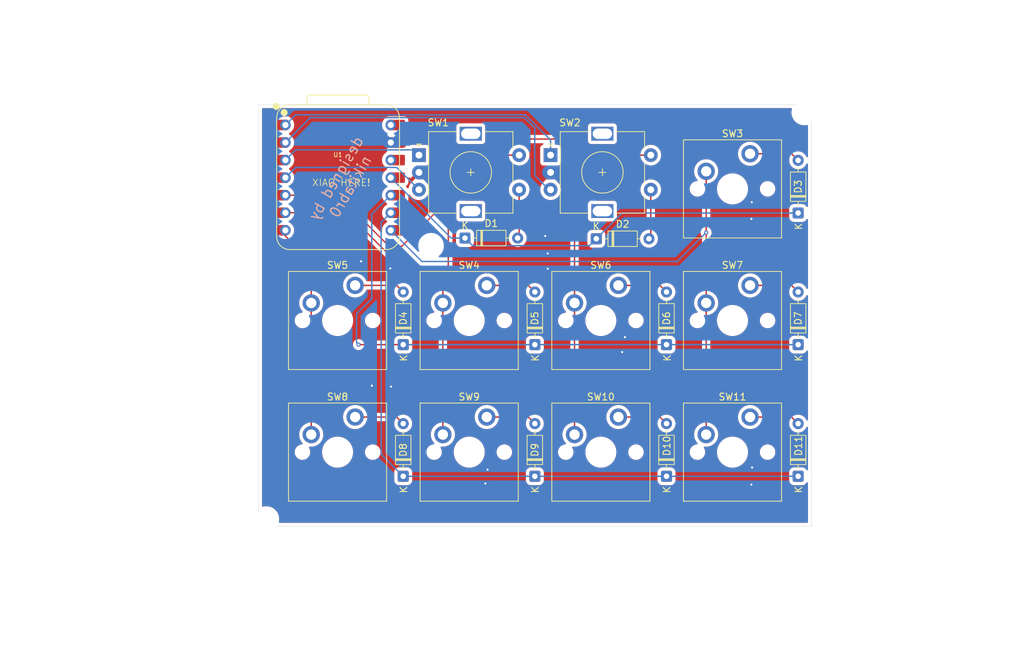
<source format=kicad_pcb>
(kicad_pcb (version 20241229) (generator "pcbnew") (generator_version "9.0")
  (layers (0 "F.Cu" signal) (2 "B.Cu" signal) (13 "F.Paste" user) (15 "B.Paste" user) (5 "F.SilkS" user "F.Silkscreen") (7 "B.SilkS" user "B.Silkscreen") (1 "F.Mask" user) (3 "B.Mask" user) (25 "Edge.Cuts" user))
  (net 0 "")
  (net 1 "Net-(D5-A)")
  (net 2 "row 1")
  (net 3 "row 2")
  (net 4 "Net-(D6-A)")
  (net 5 "Net-(D7-A)")
  (net 6 "row 3")
  (net 7 "Net-(D8-A)")
  (net 8 "Net-(D9-A)")
  (net 9 "Net-(D10-A)")
  (net 10 "Net-(D11-A)")
  (net 11 "GND")
  (net 12 "RE 2B")
  (net 13 "col 2")
  (net 14 "RE 2A")
  (net 15 "RE 1A")
  (net 16 "RE 1B")
  (net 17 "col 1")
  (net 18 "col 3")
  (net 19 "+5V")
  (net 22 "Net-(D1-A)")
  (net 23 "Net-(D2-A)")
  (net 24 "Net-(D3-A)")
  (net 25 "Net-(D4-A)")
  (net 26 "col 4")
  (footprint "Diode_THT:D_DO-35_SOD27_P7.62mm_Horizontal" (layer "F.Cu") (at 152.375 51.11625 90)
    (property "Reference" "D3" (at 3.81 0 90) (layer "F.SilkS"))
    (property "Value" "1N4148")
    (fp_line (start 2.53 -1.12) (end 2.53 1.12) (stroke (width 0.12)) (layer "F.SilkS"))
    (fp_line (start 2.41 -1.12) (end 2.41 1.12) (stroke (width 0.12)) (layer "F.SilkS"))
    (fp_line (start 2.29 -1.12) (end 2.29 1.12) (stroke (width 0.12)) (layer "F.SilkS"))
    (fp_line (start 6.58 0) (end 5.93 0) (stroke (width 0.12)) (layer "F.SilkS"))
    (fp_line (start 1.04 0) (end 1.69 0) (stroke (width 0.12)) (layer "F.SilkS"))
    (fp_rect (start 1.69 -1.12) (end 5.93 1.12) (stroke (width 0.12)) (fill no) (layer "F.SilkS"))
    (fp_text user "K" (at -1.9375 0.07 90) (layer "F.SilkS"))
    (pad "1" thru_hole roundrect (at 0 0 90) (size 1.6 1.6) (drill 0.8) (layers "*.Cu" "*.Mask") (roundrect_rratio 0.15625) (net 2 "row 1"))
    (pad "2" thru_hole circle (at 7.62 0 90) (size 1.6 1.6) (drill 0.8) (layers "*.Cu" "*.Mask") (net 24 "Net-(D3-A)"))
  )
  (footprint "PCM_Switch_Keyboard_Cherry_MX:SW_Cherry_MX_PCB_1.00u" (layer "F.Cu") (at 104.775 85.725)
    (property "Reference" "SW9" (at 0 -8 0) (layer "F.SilkS"))
    (property "Value" "SW_Push")
    (fp_line (start -7.1 -7.1) (end -7.1 7.1) (stroke (width 0.12)) (layer "F.SilkS"))
    (fp_line (start -7.1 7.1) (end 7.1 7.1) (stroke (width 0.12)) (layer "F.SilkS"))
    (fp_line (start 7.1 -7.1) (end -7.1 -7.1) (stroke (width 0.12)) (layer "F.SilkS"))
    (fp_line (start 7.1 7.1) (end 7.1 -7.1) (stroke (width 0.12)) (layer "F.SilkS"))
    (pad "" np_thru_hole circle (at -5.08 0) (size 1.75 1.75) (drill 1.75) (layers "*.Cu" "*.Mask"))
    (pad "" np_thru_hole circle (at 0 0) (size 4 4) (drill 4) (layers "*.Cu" "*.Mask"))
    (pad "" np_thru_hole circle (at 5.08 0) (size 1.75 1.75) (drill 1.75) (layers "*.Cu" "*.Mask"))
    (pad "1" thru_hole circle (at -3.81 -2.54) (size 2.5 2.5) (drill 1.5) (layers "*.Cu" "*.Mask") (net 13 "col 2"))
    (pad "2" thru_hole circle (at 2.54 -5.08) (size 2.5 2.5) (drill 1.5) (layers "*.Cu" "*.Mask") (net 8 "Net-(D9-A)"))
  )
  (footprint "PCM_Switch_Keyboard_Cherry_MX:SW_Cherry_MX_PCB_1.00u" (layer "F.Cu") (at 85.725 66.675)
    (property "Reference" "SW5" (at 0 -8 0) (layer "F.SilkS"))
    (property "Value" "SW_Push")
    (fp_line (start -7.1 -7.1) (end -7.1 7.1) (stroke (width 0.12)) (layer "F.SilkS"))
    (fp_line (start -7.1 7.1) (end 7.1 7.1) (stroke (width 0.12)) (layer "F.SilkS"))
    (fp_line (start 7.1 -7.1) (end -7.1 -7.1) (stroke (width 0.12)) (layer "F.SilkS"))
    (fp_line (start 7.1 7.1) (end 7.1 -7.1) (stroke (width 0.12)) (layer "F.SilkS"))
    (pad "" np_thru_hole circle (at -5.08 0) (size 1.75 1.75) (drill 1.75) (layers "*.Cu" "*.Mask"))
    (pad "" np_thru_hole circle (at 0 0) (size 4 4) (drill 4) (layers "*.Cu" "*.Mask"))
    (pad "" np_thru_hole circle (at 5.08 0) (size 1.75 1.75) (drill 1.75) (layers "*.Cu" "*.Mask"))
    (pad "1" thru_hole circle (at -3.81 -2.54) (size 2.5 2.5) (drill 1.5) (layers "*.Cu" "*.Mask") (net 17 "col 1"))
    (pad "2" thru_hole circle (at 2.54 -5.08) (size 2.5 2.5) (drill 1.5) (layers "*.Cu" "*.Mask") (net 25 "Net-(D4-A)"))
  )
  (footprint "Diode_THT:D_DO-35_SOD27_P7.62mm_Horizontal" (layer "F.Cu") (at 114.275 70.16625 90)
    (property "Reference" "D5" (at 3.81 0 90) (layer "F.SilkS"))
    (property "Value" "1N4148")
    (fp_line (start 2.53 -1.12) (end 2.53 1.12) (stroke (width 0.12)) (layer "F.SilkS"))
    (fp_line (start 2.41 -1.12) (end 2.41 1.12) (stroke (width 0.12)) (layer "F.SilkS"))
    (fp_line (start 2.29 -1.12) (end 2.29 1.12) (stroke (width 0.12)) (layer "F.SilkS"))
    (fp_line (start 6.58 0) (end 5.93 0) (stroke (width 0.12)) (layer "F.SilkS"))
    (fp_line (start 1.04 0) (end 1.69 0) (stroke (width 0.12)) (layer "F.SilkS"))
    (fp_rect (start 1.69 -1.12) (end 5.93 1.12) (stroke (width 0.12)) (fill no) (layer "F.SilkS"))
    (fp_text user "K" (at -1.9375 0.07 90) (layer "F.SilkS"))
    (pad "1" thru_hole roundrect (at 0 0 90) (size 1.6 1.6) (drill 0.8) (layers "*.Cu" "*.Mask") (roundrect_rratio 0.15625) (net 3 "row 2"))
    (pad "2" thru_hole circle (at 7.62 0 90) (size 1.6 1.6) (drill 0.8) (layers "*.Cu" "*.Mask") (net 1 "Net-(D5-A)"))
  )
  (footprint "Diode_THT:D_DO-35_SOD27_P7.62mm_Horizontal" (layer "F.Cu") (at 152.375 89.21625 90)
    (property "Reference" "D11" (at 4.3925 0.05 90) (layer "F.SilkS"))
    (property "Value" "1N4148")
    (fp_line (start 2.53 -1.12) (end 2.53 1.12) (stroke (width 0.12)) (layer "F.SilkS"))
    (fp_line (start 2.41 -1.12) (end 2.41 1.12) (stroke (width 0.12)) (layer "F.SilkS"))
    (fp_line (start 2.29 -1.12) (end 2.29 1.12) (stroke (width 0.12)) (layer "F.SilkS"))
    (fp_line (start 6.58 0) (end 5.93 0) (stroke (width 0.12)) (layer "F.SilkS"))
    (fp_line (start 1.04 0) (end 1.69 0) (stroke (width 0.12)) (layer "F.SilkS"))
    (fp_rect (start 1.69 -1.12) (end 5.93 1.12) (stroke (width 0.12)) (fill no) (layer "F.SilkS"))
    (fp_text user "K" (at -1.9375 0.07 90) (layer "F.SilkS"))
    (pad "1" thru_hole roundrect (at 0 0 90) (size 1.6 1.6) (drill 0.8) (layers "*.Cu" "*.Mask") (roundrect_rratio 0.15625) (net 6 "row 3"))
    (pad "2" thru_hole circle (at 7.62 0 90) (size 1.6 1.6) (drill 0.8) (layers "*.Cu" "*.Mask") (net 10 "Net-(D11-A)"))
  )
  (footprint "Rotary_Encoder:RotaryEncoder_Alps_EC11E-Switch_Vertical_H20mm" (layer "F.Cu") (at 97.5 42.74375)
    (property "Reference" "SW1" (at 2.8 -4.7 0) (layer "F.SilkS"))
    (property "Value" "RotaryEncoder_Switch")
    (fp_line (start -0.3 -1.6) (end 0.3 -1.6) (stroke (width 0.12)) (layer "F.SilkS"))
    (fp_line (start 0 -1.3) (end -0.3 -1.6) (stroke (width 0.12)) (layer "F.SilkS"))
    (fp_line (start 0.3 -1.6) (end 0 -1.3) (stroke (width 0.12)) (layer "F.SilkS"))
    (fp_line (start 1.4 -3.4) (end 1.4 8.4) (stroke (width 0.12)) (layer "F.SilkS"))
    (fp_line (start 5.5 -3.4) (end 1.4 -3.4) (stroke (width 0.12)) (layer "F.SilkS"))
    (fp_line (start 5.5 8.4) (end 1.4 8.4) (stroke (width 0.12)) (layer "F.SilkS"))
    (fp_line (start 7 2.5) (end 8 2.5) (stroke (width 0.12)) (layer "F.SilkS"))
    (fp_line (start 7.5 2) (end 7.5 3) (stroke (width 0.12)) (layer "F.SilkS"))
    (fp_line (start 9.5 -3.4) (end 13.6 -3.4) (stroke (width 0.12)) (layer "F.SilkS"))
    (fp_line (start 13.6 -3.4) (end 13.6 -1) (stroke (width 0.12)) (layer "F.SilkS"))
    (fp_line (start 13.6 1.2) (end 13.6 3.8) (stroke (width 0.12)) (layer "F.SilkS"))
    (fp_line (start 13.6 6) (end 13.6 8.4) (stroke (width 0.12)) (layer "F.SilkS"))
    (fp_line (start 13.6 8.4) (end 9.5 8.4) (stroke (width 0.12)) (layer "F.SilkS"))
    (fp_circle (center 7.5 2.5) (end 10.5 2.5) (stroke (width 0.12)) (fill no) (layer "F.SilkS"))
    (pad "A" thru_hole rect (at 0 0) (size 2 2) (drill 1) (layers "*.Cu" "*.Mask") (net 14 "RE 2A"))
    (pad "B" thru_hole circle (at 0 5) (size 2 2) (drill 1) (layers "*.Cu" "*.Mask") (net 12 "RE 2B"))
    (pad "C" thru_hole circle (at 0 2.5) (size 2 2) (drill 1) (layers "*.Cu" "*.Mask") (net 11 "GND"))
    (pad "MP" thru_hole rect (at 7.5 -3.1) (size 3.2 2) (drill oval 2.8 1.5) (layers "*.Cu" "*.Mask"))
    (pad "MP" thru_hole rect (at 7.5 8.1) (size 3.2 2) (drill oval 2.8 1.5) (layers "*.Cu" "*.Mask"))
    (pad "S1" thru_hole circle (at 14.5 5) (size 2 2) (drill 1) (layers "*.Cu" "*.Mask") (net 22 "Net-(D1-A)"))
    (pad "S2" thru_hole circle (at 14.5 0) (size 2 2) (drill 1) (layers "*.Cu" "*.Mask") (net 13 "col 2"))
  )
  (footprint "Diode_THT:D_DO-35_SOD27_P7.62mm_Horizontal" (layer "F.Cu") (at 95.225 70.16625 90)
    (property "Reference" "D4" (at 3.81 0 90) (layer "F.SilkS"))
    (property "Value" "1N4148")
    (fp_line (start 2.53 -1.12) (end 2.53 1.12) (stroke (width 0.12)) (layer "F.SilkS"))
    (fp_line (start 2.41 -1.12) (end 2.41 1.12) (stroke (width 0.12)) (layer "F.SilkS"))
    (fp_line (start 2.29 -1.12) (end 2.29 1.12) (stroke (width 0.12)) (layer "F.SilkS"))
    (fp_line (start 6.58 0) (end 5.93 0) (stroke (width 0.12)) (layer "F.SilkS"))
    (fp_line (start 1.04 0) (end 1.69 0) (stroke (width 0.12)) (layer "F.SilkS"))
    (fp_rect (start 1.69 -1.12) (end 5.93 1.12) (stroke (width 0.12)) (fill no) (layer "F.SilkS"))
    (fp_text user "K" (at -1.9375 0.07 90) (layer "F.SilkS"))
    (pad "1" thru_hole roundrect (at 0 0 90) (size 1.6 1.6) (drill 0.8) (layers "*.Cu" "*.Mask") (roundrect_rratio 0.15625) (net 3 "row 2"))
    (pad "2" thru_hole circle (at 7.62 0 90) (size 1.6 1.6) (drill 0.8) (layers "*.Cu" "*.Mask") (net 25 "Net-(D4-A)"))
  )
  (footprint "Diode_THT:D_DO-35_SOD27_P7.62mm_Horizontal" (layer "F.Cu") (at 123.165 54.84375)
    (property "Reference" "D2" (at 3.81 -2.12 0) (layer "F.SilkS"))
    (property "Value" "1N4148")
    (fp_line (start 1.04 0) (end 1.69 0) (stroke (width 0.12)) (layer "F.SilkS"))
    (fp_line (start 2.29 -1.12) (end 2.29 1.12) (stroke (width 0.12)) (layer "F.SilkS"))
    (fp_line (start 2.41 -1.12) (end 2.41 1.12) (stroke (width 0.12)) (layer "F.SilkS"))
    (fp_line (start 2.53 -1.12) (end 2.53 1.12) (stroke (width 0.12)) (layer "F.SilkS"))
    (fp_line (start 6.58 0) (end 5.93 0) (stroke (width 0.12)) (layer "F.SilkS"))
    (fp_rect (start 1.69 -1.12) (end 5.93 1.12) (stroke (width 0.12)) (fill no) (layer "F.SilkS"))
    (fp_text user "K" (at 0 -1.8 0) (layer "F.SilkS"))
    (pad "1" thru_hole roundrect (at 0 0) (size 1.6 1.6) (drill 0.8) (layers "*.Cu" "*.Mask") (roundrect_rratio 0.15625) (net 2 "row 1"))
    (pad "2" thru_hole circle (at 7.62 0) (size 1.6 1.6) (drill 0.8) (layers "*.Cu" "*.Mask") (net 23 "Net-(D2-A)"))
  )
  (footprint "PCM_Switch_Keyboard_Cherry_MX:SW_Cherry_MX_PCB_1.00u" (layer "F.Cu") (at 142.875 66.675)
    (property "Reference" "SW7" (at 0 -8 0) (layer "F.SilkS"))
    (property "Value" "SW_Push")
    (fp_line (start -7.1 -7.1) (end -7.1 7.1) (stroke (width 0.12)) (layer "F.SilkS"))
    (fp_line (start -7.1 7.1) (end 7.1 7.1) (stroke (width 0.12)) (layer "F.SilkS"))
    (fp_line (start 7.1 -7.1) (end -7.1 -7.1) (stroke (width 0.12)) (layer "F.SilkS"))
    (fp_line (start 7.1 7.1) (end 7.1 -7.1) (stroke (width 0.12)) (layer "F.SilkS"))
    (pad "" np_thru_hole circle (at -5.08 0) (size 1.75 1.75) (drill 1.75) (layers "*.Cu" "*.Mask"))
    (pad "" np_thru_hole circle (at 0 0) (size 4 4) (drill 4) (layers "*.Cu" "*.Mask"))
    (pad "" np_thru_hole circle (at 5.08 0) (size 1.75 1.75) (drill 1.75) (layers "*.Cu" "*.Mask"))
    (pad "1" thru_hole circle (at -3.81 -2.54) (size 2.5 2.5) (drill 1.5) (layers "*.Cu" "*.Mask") (net 26 "col 4"))
    (pad "2" thru_hole circle (at 2.54 -5.08) (size 2.5 2.5) (drill 1.5) (layers "*.Cu" "*.Mask") (net 5 "Net-(D7-A)"))
  )
  (footprint "Diode_THT:D_DO-35_SOD27_P7.62mm_Horizontal" (layer "F.Cu") (at 95.225 89.21625 90)
    (property "Reference" "D8" (at 3.81 0 90) (layer "F.SilkS"))
    (property "Value" "1N4148")
    (fp_line (start 2.53 -1.12) (end 2.53 1.12) (stroke (width 0.12)) (layer "F.SilkS"))
    (fp_line (start 2.41 -1.12) (end 2.41 1.12) (stroke (width 0.12)) (layer "F.SilkS"))
    (fp_line (start 2.29 -1.12) (end 2.29 1.12) (stroke (width 0.12)) (layer "F.SilkS"))
    (fp_line (start 6.58 0) (end 5.93 0) (stroke (width 0.12)) (layer "F.SilkS"))
    (fp_line (start 1.04 0) (end 1.69 0) (stroke (width 0.12)) (layer "F.SilkS"))
    (fp_rect (start 1.69 -1.12) (end 5.93 1.12) (stroke (width 0.12)) (fill no) (layer "F.SilkS"))
    (fp_text user "K" (at -1.9375 0.07 90) (layer "F.SilkS"))
    (pad "1" thru_hole roundrect (at 0 0 90) (size 1.6 1.6) (drill 0.8) (layers "*.Cu" "*.Mask") (roundrect_rratio 0.15625) (net 6 "row 3"))
    (pad "2" thru_hole circle (at 7.62 0 90) (size 1.6 1.6) (drill 0.8) (layers "*.Cu" "*.Mask") (net 7 "Net-(D8-A)"))
  )
  (footprint "PCM_Switch_Keyboard_Cherry_MX:SW_Cherry_MX_PCB_1.00u" (layer "F.Cu") (at 123.825 66.675)
    (property "Reference" "SW6" (at 0 -8 0) (layer "F.SilkS"))
    (property "Value" "SW_Push")
    (fp_line (start -7.1 -7.1) (end -7.1 7.1) (stroke (width 0.12)) (layer "F.SilkS"))
    (fp_line (start -7.1 7.1) (end 7.1 7.1) (stroke (width 0.12)) (layer "F.SilkS"))
    (fp_line (start 7.1 -7.1) (end -7.1 -7.1) (stroke (width 0.12)) (layer "F.SilkS"))
    (fp_line (start 7.1 7.1) (end 7.1 -7.1) (stroke (width 0.12)) (layer "F.SilkS"))
    (pad "" np_thru_hole circle (at -5.08 0) (size 1.75 1.75) (drill 1.75) (layers "*.Cu" "*.Mask"))
    (pad "" np_thru_hole circle (at 0 0) (size 4 4) (drill 4) (layers "*.Cu" "*.Mask"))
    (pad "" np_thru_hole circle (at 5.08 0) (size 1.75 1.75) (drill 1.75) (layers "*.Cu" "*.Mask"))
    (pad "1" thru_hole circle (at -3.81 -2.54) (size 2.5 2.5) (drill 1.5) (layers "*.Cu" "*.Mask") (net 18 "col 3"))
    (pad "2" thru_hole circle (at 2.54 -5.08) (size 2.5 2.5) (drill 1.5) (layers "*.Cu" "*.Mask") (net 4 "Net-(D6-A)"))
  )
  (footprint "Diode_THT:D_DO-35_SOD27_P7.62mm_Horizontal" (layer "F.Cu") (at 133.325 70.16625 90)
    (property "Reference" "D6" (at 3.81 0 90) (layer "F.SilkS"))
    (property "Value" "1N4148")
    (fp_line (start 2.53 -1.12) (end 2.53 1.12) (stroke (width 0.12)) (layer "F.SilkS"))
    (fp_line (start 2.41 -1.12) (end 2.41 1.12) (stroke (width 0.12)) (layer "F.SilkS"))
    (fp_line (start 2.29 -1.12) (end 2.29 1.12) (stroke (width 0.12)) (layer "F.SilkS"))
    (fp_line (start 6.58 0) (end 5.93 0) (stroke (width 0.12)) (layer "F.SilkS"))
    (fp_line (start 1.04 0) (end 1.69 0) (stroke (width 0.12)) (layer "F.SilkS"))
    (fp_rect (start 1.69 -1.12) (end 5.93 1.12) (stroke (width 0.12)) (fill no) (layer "F.SilkS"))
    (fp_text user "K" (at -1.9275 0.12 90) (layer "F.SilkS"))
    (pad "1" thru_hole roundrect (at 0 0 90) (size 1.6 1.6) (drill 0.8) (layers "*.Cu" "*.Mask") (roundrect_rratio 0.15625) (net 3 "row 2"))
    (pad "2" thru_hole circle (at 7.62 0 90) (size 1.6 1.6) (drill 0.8) (layers "*.Cu" "*.Mask") (net 4 "Net-(D6-A)"))
  )
  (footprint "MountingHole:MountingHole_3.2mm_M3" (layer "F.Cu") (at 75.425 95.40375)
    (property "Reference" "REF**" (hide yes))
    (property "Value" "MountingHole_3.2mm_M3")
    (pad "" np_thru_hole circle (at 0 0) (size 3.2 3.2) (drill 3.2) (layers "*.Cu" "*.Mask"))
  )
  (footprint "MountingHole:MountingHole_3.2mm_M3" (layer "F.Cu") (at 99.255 55.85375)
    (property "Reference" "REF**" (hide yes))
    (property "Value" "MountingHole_3.2mm_M3")
    (pad "" np_thru_hole circle (at 0 0) (size 3.2 3.2) (drill 3.2) (layers "*.Cu" "*.Mask"))
  )
  (footprint "Diode_THT:D_DO-35_SOD27_P7.62mm_Horizontal" (layer "F.Cu") (at 133.325 89.21625 90)
    (property "Reference" "D10" (at 4.3925 0.05 90) (layer "F.SilkS"))
    (property "Value" "1N4148")
    (fp_line (start 2.53 -1.12) (end 2.53 1.12) (stroke (width 0.12)) (layer "F.SilkS"))
    (fp_line (start 2.41 -1.12) (end 2.41 1.12) (stroke (width 0.12)) (layer "F.SilkS"))
    (fp_line (start 2.29 -1.12) (end 2.29 1.12) (stroke (width 0.12)) (layer "F.SilkS"))
    (fp_line (start 6.58 0) (end 5.93 0) (stroke (width 0.12)) (layer "F.SilkS"))
    (fp_line (start 1.04 0) (end 1.69 0) (stroke (width 0.12)) (layer "F.SilkS"))
    (fp_rect (start 1.69 -1.12) (end 5.93 1.12) (stroke (width 0.12)) (fill no) (layer "F.SilkS"))
    (fp_text user "K" (at -1.9375 0.07 90) (layer "F.SilkS"))
    (pad "1" thru_hole roundrect (at 0 0 90) (size 1.6 1.6) (drill 0.8) (layers "*.Cu" "*.Mask") (roundrect_rratio 0.15625) (net 6 "row 3"))
    (pad "2" thru_hole circle (at 7.62 0 90) (size 1.6 1.6) (drill 0.8) (layers "*.Cu" "*.Mask") (net 9 "Net-(D10-A)"))
  )
  (footprint "Rotary_Encoder:RotaryEncoder_Alps_EC11E-Switch_Vertical_H20mm" (layer "F.Cu") (at 116.55 42.74375)
    (property "Reference" "SW2" (at 2.8 -4.7 0) (layer "F.SilkS"))
    (property "Value" "RotaryEncoder_Switch")
    (fp_line (start -0.3 -1.6) (end 0.3 -1.6) (stroke (width 0.12)) (layer "F.SilkS"))
    (fp_line (start 0 -1.3) (end -0.3 -1.6) (stroke (width 0.12)) (layer "F.SilkS"))
    (fp_line (start 0.3 -1.6) (end 0 -1.3) (stroke (width 0.12)) (layer "F.SilkS"))
    (fp_line (start 1.4 -3.4) (end 1.4 8.4) (stroke (width 0.12)) (layer "F.SilkS"))
    (fp_line (start 5.5 -3.4) (end 1.4 -3.4) (stroke (width 0.12)) (layer "F.SilkS"))
    (fp_line (start 5.5 8.4) (end 1.4 8.4) (stroke (width 0.12)) (layer "F.SilkS"))
    (fp_line (start 7 2.5) (end 8 2.5) (stroke (width 0.12)) (layer "F.SilkS"))
    (fp_line (start 7.5 2) (end 7.5 3) (stroke (width 0.12)) (layer "F.SilkS"))
    (fp_line (start 9.5 -3.4) (end 13.6 -3.4) (stroke (width 0.12)) (layer "F.SilkS"))
    (fp_line (start 13.6 -3.4) (end 13.6 -1) (stroke (width 0.12)) (layer "F.SilkS"))
    (fp_line (start 13.6 1.2) (end 13.6 3.8) (stroke (width 0.12)) (layer "F.SilkS"))
    (fp_line (start 13.6 6) (end 13.6 8.4) (stroke (width 0.12)) (layer "F.SilkS"))
    (fp_line (start 13.6 8.4) (end 9.5 8.4) (stroke (width 0.12)) (layer "F.SilkS"))
    (fp_circle (center 7.5 2.5) (end 10.5 2.5) (stroke (width 0.12)) (fill no) (layer "F.SilkS"))
    (pad "A" thru_hole rect (at 0 0) (size 2 2) (drill 1) (layers "*.Cu" "*.Mask") (net 15 "RE 1A"))
    (pad "B" thru_hole circle (at 0 5) (size 2 2) (drill 1) (layers "*.Cu" "*.Mask") (net 16 "RE 1B"))
    (pad "C" thru_hole circle (at 0 2.5) (size 2 2) (drill 1) (layers "*.Cu" "*.Mask") (net 11 "GND"))
    (pad "MP" thru_hole rect (at 7.5 -3.1) (size 3.2 2) (drill oval 2.8 1.5) (layers "*.Cu" "*.Mask"))
    (pad "MP" thru_hole rect (at 7.5 8.1) (size 3.2 2) (drill oval 2.8 1.5) (layers "*.Cu" "*.Mask"))
    (pad "S1" thru_hole circle (at 14.5 5) (size 2 2) (drill 1) (layers "*.Cu" "*.Mask") (net 23 "Net-(D2-A)"))
    (pad "S2" thru_hole circle (at 14.5 0) (size 2 2) (drill 1) (layers "*.Cu" "*.Mask") (net 18 "col 3"))
  )
  (footprint "PCM_Switch_Keyboard_Cherry_MX:SW_Cherry_MX_PCB_1.00u" (layer "F.Cu") (at 104.775 66.675)
    (property "Reference" "SW4" (at 0 -8 0) (layer "F.SilkS"))
    (property "Value" "SW_Push")
    (fp_line (start -7.1 -7.1) (end -7.1 7.1) (stroke (width 0.12)) (layer "F.SilkS"))
    (fp_line (start -7.1 7.1) (end 7.1 7.1) (stroke (width 0.12)) (layer "F.SilkS"))
    (fp_line (start 7.1 -7.1) (end -7.1 -7.1) (stroke (width 0.12)) (layer "F.SilkS"))
    (fp_line (start 7.1 7.1) (end 7.1 -7.1) (stroke (width 0.12)) (layer "F.SilkS"))
    (pad "" np_thru_hole circle (at -5.08 0) (size 1.75 1.75) (drill 1.75) (layers "*.Cu" "*.Mask"))
    (pad "" np_thru_hole circle (at 0 0) (size 4 4) (drill 4) (layers "*.Cu" "*.Mask"))
    (pad "" np_thru_hole circle (at 5.08 0) (size 1.75 1.75) (drill 1.75) (layers "*.Cu" "*.Mask"))
    (pad "1" thru_hole circle (at -3.81 -2.54) (size 2.5 2.5) (drill 1.5) (layers "*.Cu" "*.Mask") (net 13 "col 2"))
    (pad "2" thru_hole circle (at 2.54 -5.08) (size 2.5 2.5) (drill 1.5) (layers "*.Cu" "*.Mask") (net 1 "Net-(D5-A)"))
  )
  (footprint "Diode_THT:D_DO-35_SOD27_P7.62mm_Horizontal" (layer "F.Cu") (at 114.275 89.21625 90)
    (property "Reference" "D9" (at 3.81 0 90) (layer "F.SilkS"))
    (property "Value" "1N4148")
    (fp_line (start 2.53 -1.12) (end 2.53 1.12) (stroke (width 0.12)) (layer "F.SilkS"))
    (fp_line (start 2.41 -1.12) (end 2.41 1.12) (stroke (width 0.12)) (layer "F.SilkS"))
    (fp_line (start 2.29 -1.12) (end 2.29 1.12) (stroke (width 0.12)) (layer "F.SilkS"))
    (fp_line (start 6.58 0) (end 5.93 0) (stroke (width 0.12)) (layer "F.SilkS"))
    (fp_line (start 1.04 0) (end 1.69 0) (stroke (width 0.12)) (layer "F.SilkS"))
    (fp_rect (start 1.69 -1.12) (end 5.93 1.12) (stroke (width 0.12)) (fill no) (layer "F.SilkS"))
    (fp_text user "K" (at -1.9375 0.07 90) (layer "F.SilkS"))
    (pad "1" thru_hole roundrect (at 0 0 90) (size 1.6 1.6) (drill 0.8) (layers "*.Cu" "*.Mask") (roundrect_rratio 0.15625) (net 6 "row 3"))
    (pad "2" thru_hole circle (at 7.62 0 90) (size 1.6 1.6) (drill 0.8) (layers "*.Cu" "*.Mask") (net 8 "Net-(D9-A)"))
  )
  (footprint "PCM_Switch_Keyboard_Cherry_MX:SW_Cherry_MX_PCB_1.00u" (layer "F.Cu") (at 85.725 85.725)
    (property "Reference" "SW8" (at 0 -8 0) (layer "F.SilkS"))
    (property "Value" "SW_Push")
    (fp_line (start -7.1 -7.1) (end -7.1 7.1) (stroke (width 0.12)) (layer "F.SilkS"))
    (fp_line (start -7.1 7.1) (end 7.1 7.1) (stroke (width 0.12)) (layer "F.SilkS"))
    (fp_line (start 7.1 -7.1) (end -7.1 -7.1) (stroke (width 0.12)) (layer "F.SilkS"))
    (fp_line (start 7.1 7.1) (end 7.1 -7.1) (stroke (width 0.12)) (layer "F.SilkS"))
    (pad "" np_thru_hole circle (at -5.08 0) (size 1.75 1.75) (drill 1.75) (layers "*.Cu" "*.Mask"))
    (pad "" np_thru_hole circle (at 0 0) (size 4 4) (drill 4) (layers "*.Cu" "*.Mask"))
    (pad "" np_thru_hole circle (at 5.08 0) (size 1.75 1.75) (drill 1.75) (layers "*.Cu" "*.Mask"))
    (pad "1" thru_hole circle (at -3.81 -2.54) (size 2.5 2.5) (drill 1.5) (layers "*.Cu" "*.Mask") (net 17 "col 1"))
    (pad "2" thru_hole circle (at 2.54 -5.08) (size 2.5 2.5) (drill 1.5) (layers "*.Cu" "*.Mask") (net 7 "Net-(D8-A)"))
  )
  (footprint "OPL:XIAO-RP2040-DIP" (layer "F.Cu") (at 85.8 46)
    (property "Reference" "U1" (at -0.025 -3.31625 0) (layer "F.SilkS") (effects (font (size 0.635 0.635) (thickness 0.1016))))
    (property "Value" "XIAO-RP2040-DIP")
    (fp_line (start -8.89 8.509) (end -8.89 -8.636) (stroke (width 0.127)) (layer "F.SilkS"))
    (fp_line (start -6.985 10.414) (end 6.985 10.414) (stroke (width 0.127)) (layer "F.SilkS"))
    (fp_line (start -4.495 -10.541) (end -4.491272 -11.451272) (stroke (width 0.127)) (layer "F.SilkS"))
    (fp_line (start -3.991272 -11.951) (end 4.004 -11.951) (stroke (width 0.127)) (layer "F.SilkS"))
    (fp_line (start 4.504 -11.451) (end 4.504 -10.541) (stroke (width 0.127)) (layer "F.SilkS"))
    (fp_line (start 6.985 -10.541) (end -6.985 -10.541) (stroke (width 0.1)) (layer "F.SilkS"))
    (fp_line (start 6.985 -10.541) (end -6.985 -10.541) (stroke (width 0.127)) (layer "F.SilkS"))
    (fp_line (start 8.89 8.509) (end 8.89 -8.636) (stroke (width 0.127)) (layer "F.SilkS"))
    (fp_arc (start -8.89 -8.636) (mid -8.332038 -9.983038) (end -6.985 -10.541) (stroke (width 0.127)) (layer "F.SilkS"))
    (fp_arc (start -6.985 10.414) (mid -8.332038 9.856038) (end -8.89 8.509) (stroke (width 0.127)) (layer "F.SilkS"))
    (fp_arc (start -4.491272 -11.451272) (mid -4.344728 -11.80464) (end -3.991272 -11.951) (stroke (width 0.127)) (layer "F.SilkS"))
    (fp_arc (start 4.004 -11.951) (mid 4.357553 -11.804553) (end 4.504 -11.451) (stroke (width 0.127)) (layer "F.SilkS"))
    (fp_arc (start 6.985 -10.541) (mid 8.332038 -9.983038) (end 8.89 -8.636) (stroke (width 0.127)) (layer "F.SilkS"))
    (fp_arc (start 8.89 8.509) (mid 8.332038 9.856038) (end 6.985 10.414) (stroke (width 0.127)) (layer "F.SilkS"))
    (fp_circle (center -8.95 -10.3) (end -8.95 -10.554) (stroke (width 0.5)) (fill yes) (layer "F.SilkS"))
    (fp_circle (center -7.807 -9.42) (end -7.807 -9.674) (stroke (width 0.5)) (fill yes) (layer "F.SilkS"))
    (pad "1" smd roundrect (at -8.455 -7.62 180) (size 2.432 1.524) (layers "F.Cu" "F.Mask") (roundrect_rratio 0.1) (net 15 "RE 1A"))
    (pad "1" thru_hole circle (at -7.62 -7.62 180) (size 1.524 1.524) (drill 0.889) (layers "*.Cu" "*.Mask") (net 15 "RE 1A"))
    (pad "2" smd roundrect (at -8.455 -5.08 180) (size 2.432 1.524) (layers "F.Cu" "F.Mask") (roundrect_rratio 0.1) (net 16 "RE 1B"))
    (pad "2" thru_hole circle (at -7.62 -5.08 180) (size 1.524 1.524) (drill 0.889) (layers "*.Cu" "*.Mask") (net 16 "RE 1B"))
    (pad "3" smd roundrect (at -8.455 -2.54 180) (size 2.432 1.524) (layers "F.Cu" "F.Mask") (roundrect_rratio 0.1) (net 14 "RE 2A"))
    (pad "3" thru_hole circle (at -7.62 -2.54 180) (size 1.524 1.524) (drill 0.889) (layers "*.Cu" "*.Mask") (net 14 "RE 2A"))
    (pad "4" smd roundrect (at -8.455 0 180) (size 2.432 1.524) (layers "F.Cu" "F.Mask") (roundrect_rratio 0.1) (net 12 "RE 2B"))
    (pad "4" thru_hole circle (at -7.62 0 180) (size 1.524 1.524) (drill 0.889) (layers "*.Cu" "*.Mask") (net 12 "RE 2B"))
    (pad "5" smd roundrect (at -8.455 2.54 180) (size 2.432 1.524) (layers "F.Cu" "F.Mask") (roundrect_rratio 0.1) (net 18 "col 3"))
    (pad "5" thru_hole circle (at -7.62 2.54 180) (size 1.524 1.524) (drill 0.889) (layers "*.Cu" "*.Mask") (net 18 "col 3"))
    (pad "6" smd roundrect (at -8.455 5.08 180) (size 2.432 1.524) (layers "F.Cu" "F.Mask") (roundrect_rratio 0.1) (net 13 "col 2"))
    (pad "6" thru_hole circle (at -7.62 5.08 180) (size 1.524 1.524) (drill 0.889) (layers "*.Cu" "*.Mask") (net 13 "col 2"))
    (pad "7" smd roundrect (at -8.455 7.62 180) (size 2.432 1.524) (layers "F.Cu" "F.Mask") (roundrect_rratio 0.1) (net 17 "col 1"))
    (pad "7" thru_hole circle (at -7.62 7.62 180) (size 1.524 1.524) (drill 0.889) (layers "*.Cu" "*.Mask") (net 17 "col 1"))
    (pad "8" thru_hole circle (at 7.62 7.62) (size 1.524 1.524) (drill 0.889) (layers "*.Cu" "*.Mask") (net 26 "col 4"))
    (pad "8" smd roundrect (at 8.455 7.62) (size 2.432 1.524) (layers "F.Cu" "F.Mask") (roundrect_rratio 0.1) (net 26 "col 4"))
    (pad "9" thru_hole circle (at 7.62 5.08) (size 1.524 1.524) (drill 0.889) (layers "*.Cu" "*.Mask") (net 6 "row 3"))
    (pad "9" smd roundrect (at 8.455 5.08) (size 2.432 1.524) (layers "F.Cu" "F.Mask") (roundrect_rratio 0.1) (net 6 "row 3"))
    (pad "10" thru_hole circle (at 7.62 2.54) (size 1.524 1.524) (drill 0.889) (layers "*.Cu" "*.Mask") (net 3 "row 2"))
    (pad "10" smd roundrect (at 8.455 2.54) (size 2.432 1.524) (layers "F.Cu" "F.Mask") (roundrect_rratio 0.1) (net 3 "row 2"))
    (pad "11" thru_hole circle (at 7.62 0) (size 1.524 1.524) (drill 0.889) (layers "*.Cu" "*.Mask") (net 2 "row 1"))
    (pad "11" smd roundrect (at 8.455 0) (size 2.432 1.524) (layers "F.Cu" "F.Mask") (roundrect_rratio 0.1) (net 2 "row 1"))
    (pad "12" thru_hole circle (at 7.62 -2.54) (size 1.524 1.524) (drill 0.889) (layers "*.Cu" "*.Mask"))
    (pad "12" smd roundrect (at 8.455 -2.54) (size 2.432 1.524) (layers "F.Cu" "F.Mask") (roundrect_rratio 0.1))
    (pad "13" thru_hole circle (at 7.62 -5.08) (size 1.524 1.524) (drill 0.889) (layers "*.Cu" "*.Mask") (net 11 "GND"))
    (pad "13" smd roundrect (at 8.455 -5.08) (size 2.432 1.524) (layers "F.Cu" "F.Mask") (roundrect_rratio 0.1) (net 11 "GND"))
    (pad "14" thru_hole circle (at 7.62 -7.62) (size 1.524 1.524) (drill 0.889) (layers "*.Cu" "*.Mask") (net 19 "+5V"))
    (pad "14" smd roundrect (at 8.455 -7.62) (size 2.432 1.524) (layers "F.Cu" "F.Mask") (roundrect_rratio 0.1) (net 19 "+5V"))
  )
  (footprint "PCM_Switch_Keyboard_Cherry_MX:SW_Cherry_MX_PCB_1.00u" (layer "F.Cu") (at 123.825 85.725)
    (property "Reference" "SW10" (at 0 -8 0) (layer "F.SilkS"))
    (property "Value" "SW_Push")
    (fp_line (start -7.1 -7.1) (end -7.1 7.1) (stroke (width 0.12)) (layer "F.SilkS"))
    (fp_line (start -7.1 7.1) (end 7.1 7.1) (stroke (width 0.12)) (layer "F.SilkS"))
    (fp_line (start 7.1 -7.1) (end -7.1 -7.1) (stroke (width 0.12)) (layer "F.SilkS"))
    (fp_line (start 7.1 7.1) (end 7.1 -7.1) (stroke (width 0.12)) (layer "F.SilkS"))
    (pad "" np_thru_hole circle (at -5.08 0) (size 1.75 1.75) (drill 1.75) (layers "*.Cu" "*.Mask"))
    (pad "" np_thru_hole circle (at 0 0) (size 4 4) (drill 4) (layers "*.Cu" "*.Mask"))
    (pad "" np_thru_hole circle (at 5.08 0) (size 1.75 1.75) (drill 1.75) (layers "*.Cu" "*.Mask"))
    (pad "1" thru_hole circle (at -3.81 -2.54) (size 2.5 2.5) (drill 1.5) (layers "*.Cu" "*.Mask") (net 18 "col 3"))
    (pad "2" thru_hole circle (at 2.54 -5.08) (size 2.5 2.5) (drill 1.5) (layers "*.Cu" "*.Mask") (net 9 "Net-(D10-A)"))
  )
  (footprint "MountingHole:MountingHole_3.2mm_M3" (layer "F.Cu") (at 153.255 36.57375)
    (property "Reference" "REF**" (hide yes))
    (property "Value" "MountingHole_3.2mm_M3")
    (pad "" np_thru_hole circle (at 0 0) (size 3.2 3.2) (drill 3.2) (layers "*.Cu" "*.Mask"))
  )
  (footprint "Diode_THT:D_DO-35_SOD27_P7.62mm_Horizontal" (layer "F.Cu") (at 152.375 70.16625 90)
    (property "Reference" "D7" (at 3.81 0 90) (layer "F.SilkS"))
    (property "Value" "1N4148")
    (fp_line (start 2.53 -1.12) (end 2.53 1.12) (stroke (width 0.12)) (layer "F.SilkS"))
    (fp_line (start 2.41 -1.12) (end 2.41 1.12) (stroke (width 0.12)) (layer "F.SilkS"))
    (fp_line (start 2.29 -1.12) (end 2.29 1.12) (stroke (width 0.12)) (layer "F.SilkS"))
    (fp_line (start 6.58 0) (end 5.93 0) (stroke (width 0.12)) (layer "F.SilkS"))
    (fp_line (start 1.04 0) (end 1.69 0) (stroke (width 0.12)) (layer "F.SilkS"))
    (fp_rect (start 1.69 -1.12) (end 5.93 1.12) (stroke (width 0.12)) (fill no) (layer "F.SilkS"))
    (fp_text user "K" (at -1.9375 0.07 90) (layer "F.SilkS"))
    (pad "1" thru_hole roundrect (at 0 0 90) (size 1.6 1.6) (drill 0.8) (layers "*.Cu" "*.Mask") (roundrect_rratio 0.15625) (net 3 "row 2"))
    (pad "2" thru_hole circle (at 7.62 0 90) (size 1.6 1.6) (drill 0.8) (layers "*.Cu" "*.Mask") (net 5 "Net-(D7-A)"))
  )
  (footprint "PCM_Switch_Keyboard_Cherry_MX:SW_Cherry_MX_PCB_1.00u" (layer "F.Cu") (at 142.875 85.725)
    (property "Reference" "SW11" (at 0 -8 0) (layer "F.SilkS"))
    (property "Value" "SW_Push")
    (fp_line (start -7.1 -7.1) (end -7.1 7.1) (stroke (width 0.12)) (layer "F.SilkS"))
    (fp_line (start -7.1 7.1) (end 7.1 7.1) (stroke (width 0.12)) (layer "F.SilkS"))
    (fp_line (start 7.1 -7.1) (end -7.1 -7.1) (stroke (width 0.12)) (layer "F.SilkS"))
    (fp_line (start 7.1 7.1) (end 7.1 -7.1) (stroke (width 0.12)) (layer "F.SilkS"))
    (pad "" np_thru_hole circle (at -5.08 0) (size 1.75 1.75) (drill 1.75) (layers "*.Cu" "*.Mask"))
    (pad "" np_thru_hole circle (at 0 0) (size 4 4) (drill 4) (layers "*.Cu" "*.Mask"))
    (pad "" np_thru_hole circle (at 5.08 0) (size 1.75 1.75) (drill 1.75) (layers "*.Cu" "*.Mask"))
    (pad "1" thru_hole circle (at -3.81 -2.54) (size 2.5 2.5) (drill 1.5) (layers "*.Cu" "*.Mask") (net 26 "col 4"))
    (pad "2" thru_hole circle (at 2.54 -5.08) (size 2.5 2.5) (drill 1.5) (layers "*.Cu" "*.Mask") (net 10 "Net-(D11-A)"))
  )
  (footprint "PCM_Switch_Keyboard_Cherry_MX:SW_Cherry_MX_PCB_1.00u" (layer "F.Cu") (at 142.875 47.625)
    (property "Reference" "SW3" (at 0 -8 0) (layer "F.SilkS"))
    (property "Value" "SW_Push")
    (fp_line (start -7.1 -7.1) (end -7.1 7.1) (stroke (width 0.12)) (layer "F.SilkS"))
    (fp_line (start -7.1 7.1) (end 7.1 7.1) (stroke (width 0.12)) (layer "F.SilkS"))
    (fp_line (start 7.1 -7.1) (end -7.1 -7.1) (stroke (width 0.12)) (layer "F.SilkS"))
    (fp_line (start 7.1 7.1) (end 7.1 -7.1) (stroke (width 0.12)) (layer "F.SilkS"))
    (pad "" np_thru_hole circle (at -5.08 0) (size 1.75 1.75) (drill 1.75) (layers "*.Cu" "*.Mask"))
    (pad "" np_thru_hole circle (at 0 0) (size 4 4) (drill 4) (layers "*.Cu" "*.Mask"))
    (pad "" np_thru_hole circle (at 5.08 0) (size 1.75 1.75) (drill 1.75) (layers "*.Cu" "*.Mask"))
    (pad "1" thru_hole circle (at -3.81 -2.54) (size 2.5 2.5) (drill 1.5) (layers "*.Cu" "*.Mask") (net 26 "col 4"))
    (pad "2" thru_hole circle (at 2.54 -5.08) (size 2.5 2.5) (drill 1.5) (layers "*.Cu" "*.Mask") (net 24 "Net-(D3-A)"))
  )
  (footprint "Diode_THT:D_DO-35_SOD27_P7.62mm_Horizontal" (layer "F.Cu") (at 104.165 54.74375)
    (property "Reference" "D1" (at 3.81 -2.12 0) (layer "F.SilkS"))
    (property "Value" "1N4148")
    (fp_line (start 1.04 0) (end 1.69 0) (stroke (width 0.12)) (layer "F.SilkS"))
    (fp_line (start 2.29 -1.12) (end 2.29 1.12) (stroke (width 0.12)) (layer "F.SilkS"))
    (fp_line (start 2.41 -1.12) (end 2.41 1.12) (stroke (width 0.12)) (layer "F.SilkS"))
    (fp_line (start 2.53 -1.12) (end 2.53 1.12) (stroke (width 0.12)) (layer "F.SilkS"))
    (fp_line (start 6.58 0) (end 5.93 0) (stroke (width 0.12)) (layer "F.SilkS"))
    (fp_rect (start 1.69 -1.12) (end 5.93 1.12) (stroke (width 0.12)) (fill no) (layer "F.SilkS"))
    (fp_text user "K" (at 0 -1.8 0) (layer "F.SilkS"))
    (pad "1" thru_hole roundrect (at 0 0) (size 1.6 1.6) (drill 0.8) (layers "*.Cu" "*.Mask") (roundrect_rratio 0.15625) (net 2 "row 1"))
    (pad "2" thru_hole circle (at 7.62 0) (size 1.6 1.6) (drill 0.8) (layers "*.Cu" "*.Mask") (net 22 "Net-(D1-A)"))
  )
  (gr_rect (start 74.3 35.44375) (end 154.3 96.44375) (stroke (width 0.05)) (fill no) (layer "Edge.Cuts"))
  (gr_text "XIAO HERE!" (at 81.975 47.30375 0) (layer "F.SilkS") (effects (font (size 1 1) (thickness 0.1)) (justify left bottom)))
  (gr_text "designed by\nnikitabr0" (at 88.355 47.73375 60) (layer "B.SilkS") (effects (font (size 1.5 1.5) (thickness 0.1875)) (justify bottom mirror)))
  (segment (start 113.32375 61.595) (end 114.275 62.54625) (width 0.2) (layer "F.Cu") (net 1))
  (segment (start 107.315 61.595) (end 113.32375 61.595) (width 0.2) (layer "F.Cu") (net 1))
  (segment (start 102.16375 54.74375) (end 104.165 54.74375) (width 0.2) (layer "B.Cu") (net 2))
  (segment (start 123.165 54.84375) (end 122.164 55.84475) (width 0.2) (layer "B.Cu") (net 2))
  (segment (start 105.266 55.84475) (end 104.165 54.74375) (width 0.2) (layer "B.Cu") (net 2))
  (segment (start 122.164 55.84475) (end 105.266 55.84475) (width 0.2) (layer "B.Cu") (net 2))
  (segment (start 126.8925 51.11625) (end 123.165 54.84375) (width 0.2) (layer "B.Cu") (net 2))
  (segment (start 152.375 51.11625) (end 126.8925 51.11625) (width 0.2) (layer "B.Cu") (net 2))
  (segment (start 93.42 46) (end 102.16375 54.74375) (width 0.2) (layer "B.Cu") (net 2))
  (segment (start 93.47125 46) (end 93.42 46) (width 0.2) (layer "B.Cu") (net 2))
  (segment (start 95.225 70.16625) (end 95.2225 70.16375) (width 0.2) (layer "F.Cu") (net 3))
  (segment (start 95.2225 70.16375) (end 88.755 70.16375) (width 0.2) (layer "F.Cu") (net 3))
  (via (at 88.755 70.16375) (size 0.6) (drill 0.3) (layers "F.Cu" "B.Cu") (net 3))
  (segment (start 88.475 69.88375) (end 88.755 70.16375) (width 0.2) (layer "B.Cu") (net 3))
  (segment (start 90.675 51.285) (end 90.675 63.49375) (width 0.2) (layer "B.Cu") (net 3))
  (segment (start 93.42 48.54) (end 90.675 51.285) (width 0.2) (layer "B.Cu") (net 3))
  (segment (start 88.475 65.69375) (end 88.475 69.88375) (width 0.2) (layer "B.Cu") (net 3))
  (segment (start 90.675 63.49375) (end 88.475 65.69375) (width 0.2) (layer "B.Cu") (net 3))
  (segment (start 95.225 70.16625) (end 152.375 70.16625) (width 0.2) (layer "B.Cu") (net 3))
  (segment (start 126.365 61.595) (end 132.37375 61.595) (width 0.2) (layer "F.Cu") (net 4))
  (segment (start 132.37375 61.595) (end 133.325 62.54625) (width 0.2) (layer "F.Cu") (net 4))
  (segment (start 151.42375 61.595) (end 152.375 62.54625) (width 0.2) (layer "F.Cu") (net 5))
  (segment (start 145.415 61.595) (end 151.42375 61.595) (width 0.2) (layer "F.Cu") (net 5))
  (segment (start 92.031 86.02225) (end 95.225 89.21625) (width 0.2) (layer "B.Cu") (net 6))
  (segment (start 92.031 52.469) (end 92.031 86.02225) (width 0.2) (layer "B.Cu") (net 6))
  (segment (start 93.42 51.08) (end 92.031 52.469) (width 0.2) (layer "B.Cu") (net 6))
  (segment (start 95.225 89.21625) (end 152.375 89.21625) (width 0.2) (layer "B.Cu") (net 6))
  (segment (start 94.27375 80.645) (end 95.225 81.59625) (width 0.2) (layer "F.Cu") (net 7))
  (segment (start 88.265 80.645) (end 94.27375 80.645) (width 0.2) (layer "F.Cu") (net 7))
  (segment (start 107.315 80.645) (end 113.32375 80.645) (width 0.2) (layer "F.Cu") (net 8))
  (segment (start 113.32375 80.645) (end 114.275 81.59625) (width 0.2) (layer "F.Cu") (net 8))
  (segment (start 132.37375 80.645) (end 133.325 81.59625) (width 0.2) (layer "F.Cu") (net 9))
  (segment (start 126.365 80.645) (end 132.37375 80.645) (width 0.2) (layer "F.Cu") (net 9))
  (segment (start 151.42375 80.645) (end 152.375 81.59625) (width 0.2) (layer "F.Cu") (net 10))
  (segment (start 145.415 80.645) (end 151.42375 80.645) (width 0.2) (layer "F.Cu") (net 10))
  (segment (start 118.545 45.24375) (end 118.785 45.48375) (width 2) (layer "F.Cu") (net 11))
  (segment (start 116.325 45.24375) (end 118.545 45.24375) (width 2) (layer "F.Cu") (net 11))
  (segment (start 92.64125 40.92) (end 91.915 40.19375) (width 1.5) (layer "F.Cu") (net 11))
  (segment (start 95.03875 40.92) (end 96.705 39.25375) (width 1.5) (layer "F.Cu") (net 11))
  (segment (start 97.5 45.24375) (end 99.66875 45.24375) (width 2) (layer "F.Cu") (net 11))
  (segment (start 114.295 45.24375) (end 116.325 45.24375) (width 2) (layer "F.Cu") (net 11))
  (segment (start 99.66875 45.24375) (end 99.9875 44.925) (width 2) (layer "F.Cu") (net 11))
  (segment (start 114.155 45.10375) (end 114.295 45.24375) (width 2) (layer "F.Cu") (net 11))
  (segment (start 93.42 40.92) (end 92.64125 40.92) (width 1.5) (layer "F.Cu") (net 11))
  (segment (start 93.42 40.92) (end 95.03875 40.92) (width 1.5) (layer "F.Cu") (net 11))
  (via (at 93.355 59.13375) (size 0.6) (drill 0.3) (layers "F.Cu" "B.Cu") (net 11))
  (via (at 126.905 71.24375) (size 0.6) (drill 0.3) (layers "F.Cu" "B.Cu") (net 11))
  (via (at 145.665 49.55375) (size 0.6) (drill 0.3) (layers "F.Cu" "B.Cu") (net 11))
  (via (at 127.315 69.08375) (size 0.6) (drill 0.3) (layers "F.Cu" "B.Cu") (net 11))
  (via (at 107.115 90.26375) (size 0.6) (drill 0.3) (layers "F.Cu" "B.Cu") (net 11))
  (via (at 115.775 54.44375) (size 0.6) (drill 0.3) (layers "F.Cu" "B.Cu") (net 11))
  (via (at 90.685 76.10375) (size 0.6) (drill 0.3) (layers "F.Cu" "B.Cu") (net 11))
  (via (at 145.605 51.97375) (size 0.6) (drill 0.3) (layers "F.Cu" "B.Cu") (net 11))
  (via (at 89.125 58.10375) (size 0.6) (drill 0.3) (layers "F.Cu" "B.Cu") (net 11))
  (via (at 116.135 59.18375) (size 0.6) (drill 0.3) (layers "F.Cu" "B.Cu") (net 11))
  (via (at 107.425 88.25375) (size 0.6) (drill 0.3) (layers "F.Cu" "B.Cu") (net 11))
  (via (at 116.135 56.97375) (size 0.6) (drill 0.3) (layers "F.Cu" "B.Cu") (net 11))
  (via (at 93.475 76.23375) (size 0.6) (drill 0.3) (layers "F.Cu" "B.Cu") (net 11))
  (via (at 145.715 87.94375) (size 0.6) (drill 0.3) (layers "F.Cu" "B.Cu") (net 11))
  (via (at 145.605 90.42375) (size 0.6) (drill 0.3) (layers "F.Cu" "B.Cu") (net 11))
  (segment (start 93.42 40.92) (end 92.96125 40.92) (width 1.5) (layer "B.Cu") (net 11))
  (segment (start 93.42 40.92) (end 94.26875 40.92) (width 1.5) (layer "B.Cu") (net 11))
  (segment (start 92.96125 40.92) (end 92.255 40.21375) (width 1.5) (layer "B.Cu") (net 11))
  (segment (start 94.26875 40.92) (end 95.775 39.41375) (width 1.5) (layer "B.Cu") (net 11))
  (segment (start 116.325 45.24375) (end 119.695 45.24375) (width 2) (layer "B.Cu") (net 11))
  (segment (start 97.5 45.24375) (end 99.695 45.24375) (width 2) (layer "B.Cu") (net 11))
  (segment (start 99.695 45.24375) (end 99.905 45.03375) (width 2) (layer "B.Cu") (net 11))
  (segment (start 94.27925 44.523) (end 79.657 44.523) (width 0.2) (layer "B.Cu") (net 12))
  (segment (start 79.657 44.523) (end 78.18 46) (width 0.2) (layer "B.Cu") (net 12))
  (segment (start 97.275 47.74375) (end 97.275 47.51875) (width 0.2) (layer "B.Cu") (net 12))
  (segment (start 97.275 47.51875) (end 94.27925 44.523) (width 0.2) (layer "B.Cu") (net 12))
  (segment (start 111.775 42.74375) (end 109.673 42.74375) (width 0.2) (layer "F.Cu") (net 13))
  (segment (start 78.18 51.08) (end 87.09125 51.08) (width 0.2) (layer "F.Cu") (net 13))
  (segment (start 101.745 50.67175) (end 101.745 58.70375) (width 0.2) (layer "F.Cu") (net 13))
  (segment (start 100.965 59.48375) (end 100.965 64.135) (width 0.2) (layer "F.Cu") (net 13))
  (segment (start 101.745 58.70375) (end 100.965 59.48375) (width 0.2) (layer "F.Cu") (net 13))
  (segment (start 95.495 59.48375) (end 100.965 59.48375) (width 0.2) (layer "F.Cu") (net 13))
  (segment (start 109.673 42.74375) (end 101.745 50.67175) (width 0.2) (layer "F.Cu") (net 13))
  (segment (start 100.965 64.135) (end 100.965 83.185) (width 0.2) (layer "F.Cu") (net 13))
  (segment (start 87.09125 51.08) (end 95.495 59.48375) (width 0.2) (layer "F.Cu") (net 13))
  (segment (start 97.5 42.74375) (end 96.73925 41.983) (width 0.2) (layer "B.Cu") (net 14))
  (segment (start 97.275 42.74375) (end 97.5 42.74375) (width 0.2) (layer "B.Cu") (net 14))
  (segment (start 96.73925 41.983) (end 79.657 41.983) (width 0.2) (layer "B.Cu") (net 14))
  (segment (start 79.657 41.983) (end 78.18 43.46) (width 0.2) (layer "B.Cu") (net 14))
  (segment (start 116.325 42.74375) (end 116.55 42.51875) (width 0.2) (layer "B.Cu") (net 15))
  (segment (start 116.55 42.51875) (end 116.55 40.56165) (width 0.2) (layer "B.Cu") (net 15))
  (segment (start 116.55 40.56165) (end 112.90435 36.916) (width 0.2) (layer "B.Cu") (net 15))
  (segment (start 112.90435 36.916) (end 79.644 36.916) (width 0.2) (layer "B.Cu") (net 15))
  (segment (start 79.644 36.916) (end 78.18 38.38) (width 0.2) (layer "B.Cu") (net 15))
  (segment (start 114.255 38.83375) (end 112.73825 37.317) (width 0.2) (layer "B.Cu") (net 16))
  (segment (start 116.325 47.74375) (end 114.255 45.67375) (width 0.2) (layer "B.Cu") (net 16))
  (segment (start 114.255 45.67375) (end 114.255 38.83375) (width 0.2) (layer "B.Cu") (net 16))
  (segment (start 81.783 37.317) (end 78.18 40.92) (width 0.2) (layer "B.Cu") (net 16))
  (segment (start 116.55 47.74375) (end 116.325 47.74375) (width 0.2) (layer "B.Cu") (net 16))
  (segment (start 112.73825 37.317) (end 81.783 37.317) (width 0.2) (layer "B.Cu") (net 16))
  (segment (start 81.915 58.19) (end 77.345 53.62) (width 0.2) (layer "F.Cu") (net 17))
  (segment (start 81.915 64.135) (end 81.915 83.185) (width 0.2) (layer "F.Cu") (net 17))
  (segment (start 81.915 64.135) (end 81.915 58.19) (width 0.2) (layer "F.Cu") (net 17))
  (segment (start 128.723 42.74375) (end 121.135 42.74375) (width 0.2) (layer "F.Cu") (net 18))
  (segment (start 118.805 40.41375) (end 110.535 40.41375) (width 0.2) (layer "F.Cu") (net 18))
  (segment (start 120.015 51.45175) (end 120.015 83.185) (width 0.2) (layer "F.Cu") (net 18))
  (segment (start 110.535 40.41375) (end 95.035 55.91375) (width 0.2) (layer "F.Cu") (net 18))
  (segment (start 128.723 42.74375) (end 120.015 51.45175) (width 0.2) (layer "F.Cu") (net 18))
  (segment (start 121.135 42.74375) (end 118.805 40.41375) (width 0.2) (layer "F.Cu") (net 18))
  (segment (start 93.155 55.91375) (end 85.78125 48.54) (width 0.2) (layer "F.Cu") (net 18))
  (segment (start 85.78125 48.54) (end 78.18 48.54) (width 0.2) (layer "F.Cu") (net 18))
  (segment (start 95.035 55.91375) (end 93.155 55.91375) (width 0.2) (layer "F.Cu") (net 18))
  (segment (start 131.05 42.74375) (end 128.723 42.74375) (width 0.2) (layer "F.Cu") (net 18))
  (segment (start 112 47.74375) (end 112 54.52875) (width 0.2) (layer "F.Cu") (net 22))
  (segment (start 111.775 54.73375) (end 111.785 54.74375) (width 0.2) (layer "F.Cu") (net 22))
  (segment (start 112 54.52875) (end 111.785 54.74375) (width 0.2) (layer "F.Cu") (net 22))
  (segment (start 131.05 47.74375) (end 131.05 54.57875) (width 0.2) (layer "F.Cu") (net 23))
  (segment (start 131.05 54.57875) (end 130.785 54.84375) (width 0.2) (layer "F.Cu") (net 23))
  (segment (start 151.42375 42.545) (end 152.375 43.49625) (width 0.2) (layer "F.Cu") (net 24))
  (segment (start 145.415 42.545) (end 151.42375 42.545) (width 0.2) (layer "F.Cu") (net 24))
  (segment (start 94.27375 61.595) (end 95.225 62.54625) (width 0.2) (layer "F.Cu") (net 25))
  (segment (start 88.265 61.595) (end 94.27375 61.595) (width 0.2) (layer "F.Cu") (net 25))
  (segment (start 139.065 53.94375) (end 139.065 83.185) (width 0.2) (layer "F.Cu") (net 26))
  (segment (start 139.065 45.085) (end 139.065 53.94375) (width 0.2) (layer "F.Cu") (net 26))
  (via (at 139.065 53.94375) (size 0.6) (drill 0.3) (layers "F.Cu" "B.Cu") (net 26))
  (segment (start 134.875 58.13375) (end 139.065 53.94375) (width 0.2) (layer "B.Cu") (net 26))
  (segment (start 93.42 53.62) (end 97.93375 58.13375) (width 0.2) (layer "B.Cu") (net 26))
  (segment (start 97.93375 58.13375) (end 134.875 58.13375) (width 0.2) (layer "B.Cu") (net 26))
  (zone (net 11) (net_name "GND") (layers "F.Cu" "B.Cu") (connect_pads (clearance 0.5)) (min_thickness 0.25) (fill yes (thermal_gap 0.5) (thermal_bridge_width 0.5))
    (polygon (pts (xy 185.075 113.01375) (xy 184.905 22.07375) (xy 37.405 20.29375) (xy 36.875 116.56375)))
  )
)
</source>
